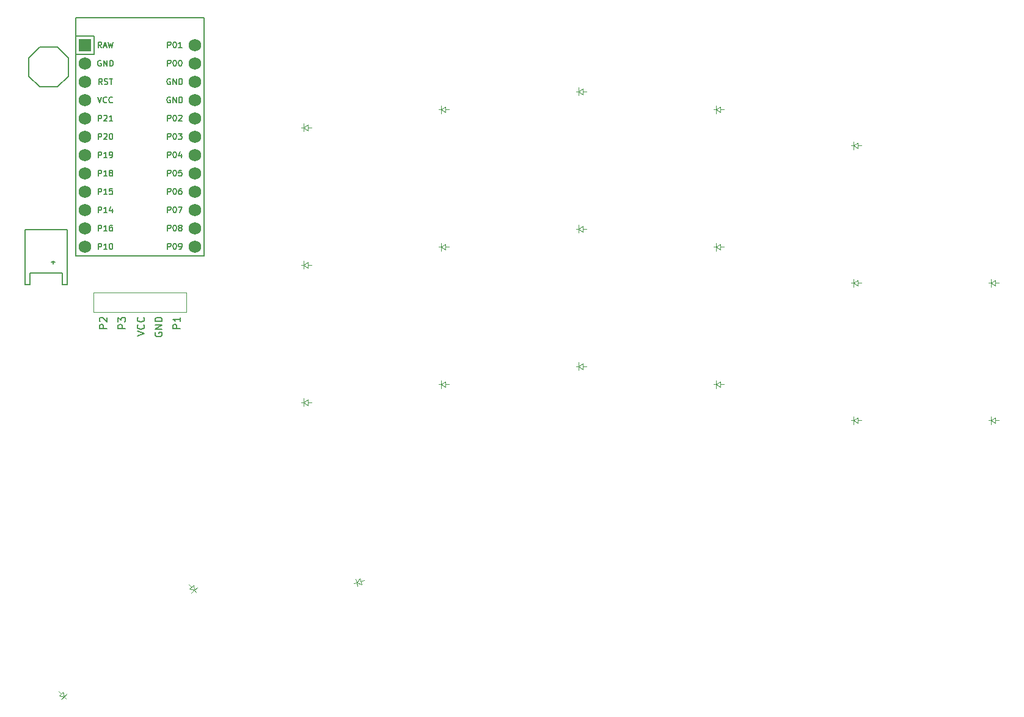
<source format=gbr>
%TF.GenerationSoftware,KiCad,Pcbnew,9.0.7*%
%TF.CreationDate,2026-02-08T22:38:48+02:00*%
%TF.ProjectId,juubo_right_unfinished,6a757562-6f5f-4726-9967-68745f756e66,v1.0.0*%
%TF.SameCoordinates,Original*%
%TF.FileFunction,Legend,Top*%
%TF.FilePolarity,Positive*%
%FSLAX46Y46*%
G04 Gerber Fmt 4.6, Leading zero omitted, Abs format (unit mm)*
G04 Created by KiCad (PCBNEW 9.0.7) date 2026-02-08 22:38:48*
%MOMM*%
%LPD*%
G01*
G04 APERTURE LIST*
%ADD10C,0.150000*%
%ADD11C,0.100000*%
%ADD12C,0.120000*%
%ADD13R,1.752600X1.752600*%
%ADD14C,1.752600*%
G04 APERTURE END LIST*
D10*
X146134819Y-147685588D02*
X147134819Y-147352255D01*
X147134819Y-147352255D02*
X146134819Y-147018922D01*
X147039580Y-146114160D02*
X147087200Y-146161779D01*
X147087200Y-146161779D02*
X147134819Y-146304636D01*
X147134819Y-146304636D02*
X147134819Y-146399874D01*
X147134819Y-146399874D02*
X147087200Y-146542731D01*
X147087200Y-146542731D02*
X146991961Y-146637969D01*
X146991961Y-146637969D02*
X146896723Y-146685588D01*
X146896723Y-146685588D02*
X146706247Y-146733207D01*
X146706247Y-146733207D02*
X146563390Y-146733207D01*
X146563390Y-146733207D02*
X146372914Y-146685588D01*
X146372914Y-146685588D02*
X146277676Y-146637969D01*
X146277676Y-146637969D02*
X146182438Y-146542731D01*
X146182438Y-146542731D02*
X146134819Y-146399874D01*
X146134819Y-146399874D02*
X146134819Y-146304636D01*
X146134819Y-146304636D02*
X146182438Y-146161779D01*
X146182438Y-146161779D02*
X146230057Y-146114160D01*
X147039580Y-145114160D02*
X147087200Y-145161779D01*
X147087200Y-145161779D02*
X147134819Y-145304636D01*
X147134819Y-145304636D02*
X147134819Y-145399874D01*
X147134819Y-145399874D02*
X147087200Y-145542731D01*
X147087200Y-145542731D02*
X146991961Y-145637969D01*
X146991961Y-145637969D02*
X146896723Y-145685588D01*
X146896723Y-145685588D02*
X146706247Y-145733207D01*
X146706247Y-145733207D02*
X146563390Y-145733207D01*
X146563390Y-145733207D02*
X146372914Y-145685588D01*
X146372914Y-145685588D02*
X146277676Y-145637969D01*
X146277676Y-145637969D02*
X146182438Y-145542731D01*
X146182438Y-145542731D02*
X146134819Y-145399874D01*
X146134819Y-145399874D02*
X146134819Y-145304636D01*
X146134819Y-145304636D02*
X146182438Y-145161779D01*
X146182438Y-145161779D02*
X146230057Y-145114160D01*
X141904819Y-146637969D02*
X140904819Y-146637969D01*
X140904819Y-146637969D02*
X140904819Y-146257017D01*
X140904819Y-146257017D02*
X140952438Y-146161779D01*
X140952438Y-146161779D02*
X141000057Y-146114160D01*
X141000057Y-146114160D02*
X141095295Y-146066541D01*
X141095295Y-146066541D02*
X141238152Y-146066541D01*
X141238152Y-146066541D02*
X141333390Y-146114160D01*
X141333390Y-146114160D02*
X141381009Y-146161779D01*
X141381009Y-146161779D02*
X141428628Y-146257017D01*
X141428628Y-146257017D02*
X141428628Y-146637969D01*
X141000057Y-145685588D02*
X140952438Y-145637969D01*
X140952438Y-145637969D02*
X140904819Y-145542731D01*
X140904819Y-145542731D02*
X140904819Y-145304636D01*
X140904819Y-145304636D02*
X140952438Y-145209398D01*
X140952438Y-145209398D02*
X141000057Y-145161779D01*
X141000057Y-145161779D02*
X141095295Y-145114160D01*
X141095295Y-145114160D02*
X141190533Y-145114160D01*
X141190533Y-145114160D02*
X141333390Y-145161779D01*
X141333390Y-145161779D02*
X141904819Y-145733207D01*
X141904819Y-145733207D02*
X141904819Y-145114160D01*
X148652438Y-147209398D02*
X148604819Y-147304636D01*
X148604819Y-147304636D02*
X148604819Y-147447493D01*
X148604819Y-147447493D02*
X148652438Y-147590350D01*
X148652438Y-147590350D02*
X148747676Y-147685588D01*
X148747676Y-147685588D02*
X148842914Y-147733207D01*
X148842914Y-147733207D02*
X149033390Y-147780826D01*
X149033390Y-147780826D02*
X149176247Y-147780826D01*
X149176247Y-147780826D02*
X149366723Y-147733207D01*
X149366723Y-147733207D02*
X149461961Y-147685588D01*
X149461961Y-147685588D02*
X149557200Y-147590350D01*
X149557200Y-147590350D02*
X149604819Y-147447493D01*
X149604819Y-147447493D02*
X149604819Y-147352255D01*
X149604819Y-147352255D02*
X149557200Y-147209398D01*
X149557200Y-147209398D02*
X149509580Y-147161779D01*
X149509580Y-147161779D02*
X149176247Y-147161779D01*
X149176247Y-147161779D02*
X149176247Y-147352255D01*
X149604819Y-146733207D02*
X148604819Y-146733207D01*
X148604819Y-146733207D02*
X149604819Y-146161779D01*
X149604819Y-146161779D02*
X148604819Y-146161779D01*
X149604819Y-145685588D02*
X148604819Y-145685588D01*
X148604819Y-145685588D02*
X148604819Y-145447493D01*
X148604819Y-145447493D02*
X148652438Y-145304636D01*
X148652438Y-145304636D02*
X148747676Y-145209398D01*
X148747676Y-145209398D02*
X148842914Y-145161779D01*
X148842914Y-145161779D02*
X149033390Y-145114160D01*
X149033390Y-145114160D02*
X149176247Y-145114160D01*
X149176247Y-145114160D02*
X149366723Y-145161779D01*
X149366723Y-145161779D02*
X149461961Y-145209398D01*
X149461961Y-145209398D02*
X149557200Y-145304636D01*
X149557200Y-145304636D02*
X149604819Y-145447493D01*
X149604819Y-145447493D02*
X149604819Y-145685588D01*
X144504819Y-146637969D02*
X143504819Y-146637969D01*
X143504819Y-146637969D02*
X143504819Y-146257017D01*
X143504819Y-146257017D02*
X143552438Y-146161779D01*
X143552438Y-146161779D02*
X143600057Y-146114160D01*
X143600057Y-146114160D02*
X143695295Y-146066541D01*
X143695295Y-146066541D02*
X143838152Y-146066541D01*
X143838152Y-146066541D02*
X143933390Y-146114160D01*
X143933390Y-146114160D02*
X143981009Y-146161779D01*
X143981009Y-146161779D02*
X144028628Y-146257017D01*
X144028628Y-146257017D02*
X144028628Y-146637969D01*
X143504819Y-145733207D02*
X143504819Y-145114160D01*
X143504819Y-145114160D02*
X143885771Y-145447493D01*
X143885771Y-145447493D02*
X143885771Y-145304636D01*
X143885771Y-145304636D02*
X143933390Y-145209398D01*
X143933390Y-145209398D02*
X143981009Y-145161779D01*
X143981009Y-145161779D02*
X144076247Y-145114160D01*
X144076247Y-145114160D02*
X144314342Y-145114160D01*
X144314342Y-145114160D02*
X144409580Y-145161779D01*
X144409580Y-145161779D02*
X144457200Y-145209398D01*
X144457200Y-145209398D02*
X144504819Y-145304636D01*
X144504819Y-145304636D02*
X144504819Y-145590350D01*
X144504819Y-145590350D02*
X144457200Y-145685588D01*
X144457200Y-145685588D02*
X144409580Y-145733207D01*
X152104819Y-146637969D02*
X151104819Y-146637969D01*
X151104819Y-146637969D02*
X151104819Y-146257017D01*
X151104819Y-146257017D02*
X151152438Y-146161779D01*
X151152438Y-146161779D02*
X151200057Y-146114160D01*
X151200057Y-146114160D02*
X151295295Y-146066541D01*
X151295295Y-146066541D02*
X151438152Y-146066541D01*
X151438152Y-146066541D02*
X151533390Y-146114160D01*
X151533390Y-146114160D02*
X151581009Y-146161779D01*
X151581009Y-146161779D02*
X151628628Y-146257017D01*
X151628628Y-146257017D02*
X151628628Y-146637969D01*
X152104819Y-145114160D02*
X152104819Y-145685588D01*
X152104819Y-145399874D02*
X151104819Y-145399874D01*
X151104819Y-145399874D02*
X151247676Y-145495112D01*
X151247676Y-145495112D02*
X151342914Y-145590350D01*
X151342914Y-145590350D02*
X151390533Y-145685588D01*
X140758571Y-135657295D02*
X140758571Y-134857295D01*
X140758571Y-134857295D02*
X141063333Y-134857295D01*
X141063333Y-134857295D02*
X141139523Y-134895390D01*
X141139523Y-134895390D02*
X141177618Y-134933485D01*
X141177618Y-134933485D02*
X141215714Y-135009676D01*
X141215714Y-135009676D02*
X141215714Y-135123961D01*
X141215714Y-135123961D02*
X141177618Y-135200152D01*
X141177618Y-135200152D02*
X141139523Y-135238247D01*
X141139523Y-135238247D02*
X141063333Y-135276342D01*
X141063333Y-135276342D02*
X140758571Y-135276342D01*
X141977618Y-135657295D02*
X141520475Y-135657295D01*
X141749047Y-135657295D02*
X141749047Y-134857295D01*
X141749047Y-134857295D02*
X141672856Y-134971580D01*
X141672856Y-134971580D02*
X141596666Y-135047771D01*
X141596666Y-135047771D02*
X141520475Y-135085866D01*
X142472857Y-134857295D02*
X142549047Y-134857295D01*
X142549047Y-134857295D02*
X142625238Y-134895390D01*
X142625238Y-134895390D02*
X142663333Y-134933485D01*
X142663333Y-134933485D02*
X142701428Y-135009676D01*
X142701428Y-135009676D02*
X142739523Y-135162057D01*
X142739523Y-135162057D02*
X142739523Y-135352533D01*
X142739523Y-135352533D02*
X142701428Y-135504914D01*
X142701428Y-135504914D02*
X142663333Y-135581104D01*
X142663333Y-135581104D02*
X142625238Y-135619200D01*
X142625238Y-135619200D02*
X142549047Y-135657295D01*
X142549047Y-135657295D02*
X142472857Y-135657295D01*
X142472857Y-135657295D02*
X142396666Y-135619200D01*
X142396666Y-135619200D02*
X142358571Y-135581104D01*
X142358571Y-135581104D02*
X142320476Y-135504914D01*
X142320476Y-135504914D02*
X142282380Y-135352533D01*
X142282380Y-135352533D02*
X142282380Y-135162057D01*
X142282380Y-135162057D02*
X142320476Y-135009676D01*
X142320476Y-135009676D02*
X142358571Y-134933485D01*
X142358571Y-134933485D02*
X142396666Y-134895390D01*
X142396666Y-134895390D02*
X142472857Y-134857295D01*
X150358571Y-122957295D02*
X150358571Y-122157295D01*
X150358571Y-122157295D02*
X150663333Y-122157295D01*
X150663333Y-122157295D02*
X150739523Y-122195390D01*
X150739523Y-122195390D02*
X150777618Y-122233485D01*
X150777618Y-122233485D02*
X150815714Y-122309676D01*
X150815714Y-122309676D02*
X150815714Y-122423961D01*
X150815714Y-122423961D02*
X150777618Y-122500152D01*
X150777618Y-122500152D02*
X150739523Y-122538247D01*
X150739523Y-122538247D02*
X150663333Y-122576342D01*
X150663333Y-122576342D02*
X150358571Y-122576342D01*
X151310952Y-122157295D02*
X151387142Y-122157295D01*
X151387142Y-122157295D02*
X151463333Y-122195390D01*
X151463333Y-122195390D02*
X151501428Y-122233485D01*
X151501428Y-122233485D02*
X151539523Y-122309676D01*
X151539523Y-122309676D02*
X151577618Y-122462057D01*
X151577618Y-122462057D02*
X151577618Y-122652533D01*
X151577618Y-122652533D02*
X151539523Y-122804914D01*
X151539523Y-122804914D02*
X151501428Y-122881104D01*
X151501428Y-122881104D02*
X151463333Y-122919200D01*
X151463333Y-122919200D02*
X151387142Y-122957295D01*
X151387142Y-122957295D02*
X151310952Y-122957295D01*
X151310952Y-122957295D02*
X151234761Y-122919200D01*
X151234761Y-122919200D02*
X151196666Y-122881104D01*
X151196666Y-122881104D02*
X151158571Y-122804914D01*
X151158571Y-122804914D02*
X151120475Y-122652533D01*
X151120475Y-122652533D02*
X151120475Y-122462057D01*
X151120475Y-122462057D02*
X151158571Y-122309676D01*
X151158571Y-122309676D02*
X151196666Y-122233485D01*
X151196666Y-122233485D02*
X151234761Y-122195390D01*
X151234761Y-122195390D02*
X151310952Y-122157295D01*
X152263333Y-122423961D02*
X152263333Y-122957295D01*
X152072857Y-122119200D02*
X151882380Y-122690628D01*
X151882380Y-122690628D02*
X152377619Y-122690628D01*
X140758571Y-128037295D02*
X140758571Y-127237295D01*
X140758571Y-127237295D02*
X141063333Y-127237295D01*
X141063333Y-127237295D02*
X141139523Y-127275390D01*
X141139523Y-127275390D02*
X141177618Y-127313485D01*
X141177618Y-127313485D02*
X141215714Y-127389676D01*
X141215714Y-127389676D02*
X141215714Y-127503961D01*
X141215714Y-127503961D02*
X141177618Y-127580152D01*
X141177618Y-127580152D02*
X141139523Y-127618247D01*
X141139523Y-127618247D02*
X141063333Y-127656342D01*
X141063333Y-127656342D02*
X140758571Y-127656342D01*
X141977618Y-128037295D02*
X141520475Y-128037295D01*
X141749047Y-128037295D02*
X141749047Y-127237295D01*
X141749047Y-127237295D02*
X141672856Y-127351580D01*
X141672856Y-127351580D02*
X141596666Y-127427771D01*
X141596666Y-127427771D02*
X141520475Y-127465866D01*
X142701428Y-127237295D02*
X142320476Y-127237295D01*
X142320476Y-127237295D02*
X142282380Y-127618247D01*
X142282380Y-127618247D02*
X142320476Y-127580152D01*
X142320476Y-127580152D02*
X142396666Y-127542057D01*
X142396666Y-127542057D02*
X142587142Y-127542057D01*
X142587142Y-127542057D02*
X142663333Y-127580152D01*
X142663333Y-127580152D02*
X142701428Y-127618247D01*
X142701428Y-127618247D02*
X142739523Y-127694438D01*
X142739523Y-127694438D02*
X142739523Y-127884914D01*
X142739523Y-127884914D02*
X142701428Y-127961104D01*
X142701428Y-127961104D02*
X142663333Y-127999200D01*
X142663333Y-127999200D02*
X142587142Y-128037295D01*
X142587142Y-128037295D02*
X142396666Y-128037295D01*
X142396666Y-128037295D02*
X142320476Y-127999200D01*
X142320476Y-127999200D02*
X142282380Y-127961104D01*
X150358571Y-107717295D02*
X150358571Y-106917295D01*
X150358571Y-106917295D02*
X150663333Y-106917295D01*
X150663333Y-106917295D02*
X150739523Y-106955390D01*
X150739523Y-106955390D02*
X150777618Y-106993485D01*
X150777618Y-106993485D02*
X150815714Y-107069676D01*
X150815714Y-107069676D02*
X150815714Y-107183961D01*
X150815714Y-107183961D02*
X150777618Y-107260152D01*
X150777618Y-107260152D02*
X150739523Y-107298247D01*
X150739523Y-107298247D02*
X150663333Y-107336342D01*
X150663333Y-107336342D02*
X150358571Y-107336342D01*
X151310952Y-106917295D02*
X151387142Y-106917295D01*
X151387142Y-106917295D02*
X151463333Y-106955390D01*
X151463333Y-106955390D02*
X151501428Y-106993485D01*
X151501428Y-106993485D02*
X151539523Y-107069676D01*
X151539523Y-107069676D02*
X151577618Y-107222057D01*
X151577618Y-107222057D02*
X151577618Y-107412533D01*
X151577618Y-107412533D02*
X151539523Y-107564914D01*
X151539523Y-107564914D02*
X151501428Y-107641104D01*
X151501428Y-107641104D02*
X151463333Y-107679200D01*
X151463333Y-107679200D02*
X151387142Y-107717295D01*
X151387142Y-107717295D02*
X151310952Y-107717295D01*
X151310952Y-107717295D02*
X151234761Y-107679200D01*
X151234761Y-107679200D02*
X151196666Y-107641104D01*
X151196666Y-107641104D02*
X151158571Y-107564914D01*
X151158571Y-107564914D02*
X151120475Y-107412533D01*
X151120475Y-107412533D02*
X151120475Y-107222057D01*
X151120475Y-107222057D02*
X151158571Y-107069676D01*
X151158571Y-107069676D02*
X151196666Y-106993485D01*
X151196666Y-106993485D02*
X151234761Y-106955390D01*
X151234761Y-106955390D02*
X151310952Y-106917295D01*
X152339523Y-107717295D02*
X151882380Y-107717295D01*
X152110952Y-107717295D02*
X152110952Y-106917295D01*
X152110952Y-106917295D02*
X152034761Y-107031580D01*
X152034761Y-107031580D02*
X151958571Y-107107771D01*
X151958571Y-107107771D02*
X151882380Y-107145866D01*
X140758571Y-125497295D02*
X140758571Y-124697295D01*
X140758571Y-124697295D02*
X141063333Y-124697295D01*
X141063333Y-124697295D02*
X141139523Y-124735390D01*
X141139523Y-124735390D02*
X141177618Y-124773485D01*
X141177618Y-124773485D02*
X141215714Y-124849676D01*
X141215714Y-124849676D02*
X141215714Y-124963961D01*
X141215714Y-124963961D02*
X141177618Y-125040152D01*
X141177618Y-125040152D02*
X141139523Y-125078247D01*
X141139523Y-125078247D02*
X141063333Y-125116342D01*
X141063333Y-125116342D02*
X140758571Y-125116342D01*
X141977618Y-125497295D02*
X141520475Y-125497295D01*
X141749047Y-125497295D02*
X141749047Y-124697295D01*
X141749047Y-124697295D02*
X141672856Y-124811580D01*
X141672856Y-124811580D02*
X141596666Y-124887771D01*
X141596666Y-124887771D02*
X141520475Y-124925866D01*
X142434761Y-125040152D02*
X142358571Y-125002057D01*
X142358571Y-125002057D02*
X142320476Y-124963961D01*
X142320476Y-124963961D02*
X142282380Y-124887771D01*
X142282380Y-124887771D02*
X142282380Y-124849676D01*
X142282380Y-124849676D02*
X142320476Y-124773485D01*
X142320476Y-124773485D02*
X142358571Y-124735390D01*
X142358571Y-124735390D02*
X142434761Y-124697295D01*
X142434761Y-124697295D02*
X142587142Y-124697295D01*
X142587142Y-124697295D02*
X142663333Y-124735390D01*
X142663333Y-124735390D02*
X142701428Y-124773485D01*
X142701428Y-124773485D02*
X142739523Y-124849676D01*
X142739523Y-124849676D02*
X142739523Y-124887771D01*
X142739523Y-124887771D02*
X142701428Y-124963961D01*
X142701428Y-124963961D02*
X142663333Y-125002057D01*
X142663333Y-125002057D02*
X142587142Y-125040152D01*
X142587142Y-125040152D02*
X142434761Y-125040152D01*
X142434761Y-125040152D02*
X142358571Y-125078247D01*
X142358571Y-125078247D02*
X142320476Y-125116342D01*
X142320476Y-125116342D02*
X142282380Y-125192533D01*
X142282380Y-125192533D02*
X142282380Y-125344914D01*
X142282380Y-125344914D02*
X142320476Y-125421104D01*
X142320476Y-125421104D02*
X142358571Y-125459200D01*
X142358571Y-125459200D02*
X142434761Y-125497295D01*
X142434761Y-125497295D02*
X142587142Y-125497295D01*
X142587142Y-125497295D02*
X142663333Y-125459200D01*
X142663333Y-125459200D02*
X142701428Y-125421104D01*
X142701428Y-125421104D02*
X142739523Y-125344914D01*
X142739523Y-125344914D02*
X142739523Y-125192533D01*
X142739523Y-125192533D02*
X142701428Y-125116342D01*
X142701428Y-125116342D02*
X142663333Y-125078247D01*
X142663333Y-125078247D02*
X142587142Y-125040152D01*
X150358571Y-120417295D02*
X150358571Y-119617295D01*
X150358571Y-119617295D02*
X150663333Y-119617295D01*
X150663333Y-119617295D02*
X150739523Y-119655390D01*
X150739523Y-119655390D02*
X150777618Y-119693485D01*
X150777618Y-119693485D02*
X150815714Y-119769676D01*
X150815714Y-119769676D02*
X150815714Y-119883961D01*
X150815714Y-119883961D02*
X150777618Y-119960152D01*
X150777618Y-119960152D02*
X150739523Y-119998247D01*
X150739523Y-119998247D02*
X150663333Y-120036342D01*
X150663333Y-120036342D02*
X150358571Y-120036342D01*
X151310952Y-119617295D02*
X151387142Y-119617295D01*
X151387142Y-119617295D02*
X151463333Y-119655390D01*
X151463333Y-119655390D02*
X151501428Y-119693485D01*
X151501428Y-119693485D02*
X151539523Y-119769676D01*
X151539523Y-119769676D02*
X151577618Y-119922057D01*
X151577618Y-119922057D02*
X151577618Y-120112533D01*
X151577618Y-120112533D02*
X151539523Y-120264914D01*
X151539523Y-120264914D02*
X151501428Y-120341104D01*
X151501428Y-120341104D02*
X151463333Y-120379200D01*
X151463333Y-120379200D02*
X151387142Y-120417295D01*
X151387142Y-120417295D02*
X151310952Y-120417295D01*
X151310952Y-120417295D02*
X151234761Y-120379200D01*
X151234761Y-120379200D02*
X151196666Y-120341104D01*
X151196666Y-120341104D02*
X151158571Y-120264914D01*
X151158571Y-120264914D02*
X151120475Y-120112533D01*
X151120475Y-120112533D02*
X151120475Y-119922057D01*
X151120475Y-119922057D02*
X151158571Y-119769676D01*
X151158571Y-119769676D02*
X151196666Y-119693485D01*
X151196666Y-119693485D02*
X151234761Y-119655390D01*
X151234761Y-119655390D02*
X151310952Y-119617295D01*
X151844285Y-119617295D02*
X152339523Y-119617295D01*
X152339523Y-119617295D02*
X152072857Y-119922057D01*
X152072857Y-119922057D02*
X152187142Y-119922057D01*
X152187142Y-119922057D02*
X152263333Y-119960152D01*
X152263333Y-119960152D02*
X152301428Y-119998247D01*
X152301428Y-119998247D02*
X152339523Y-120074438D01*
X152339523Y-120074438D02*
X152339523Y-120264914D01*
X152339523Y-120264914D02*
X152301428Y-120341104D01*
X152301428Y-120341104D02*
X152263333Y-120379200D01*
X152263333Y-120379200D02*
X152187142Y-120417295D01*
X152187142Y-120417295D02*
X151958571Y-120417295D01*
X151958571Y-120417295D02*
X151882380Y-120379200D01*
X151882380Y-120379200D02*
X151844285Y-120341104D01*
X140758571Y-130577295D02*
X140758571Y-129777295D01*
X140758571Y-129777295D02*
X141063333Y-129777295D01*
X141063333Y-129777295D02*
X141139523Y-129815390D01*
X141139523Y-129815390D02*
X141177618Y-129853485D01*
X141177618Y-129853485D02*
X141215714Y-129929676D01*
X141215714Y-129929676D02*
X141215714Y-130043961D01*
X141215714Y-130043961D02*
X141177618Y-130120152D01*
X141177618Y-130120152D02*
X141139523Y-130158247D01*
X141139523Y-130158247D02*
X141063333Y-130196342D01*
X141063333Y-130196342D02*
X140758571Y-130196342D01*
X141977618Y-130577295D02*
X141520475Y-130577295D01*
X141749047Y-130577295D02*
X141749047Y-129777295D01*
X141749047Y-129777295D02*
X141672856Y-129891580D01*
X141672856Y-129891580D02*
X141596666Y-129967771D01*
X141596666Y-129967771D02*
X141520475Y-130005866D01*
X142663333Y-130043961D02*
X142663333Y-130577295D01*
X142472857Y-129739200D02*
X142282380Y-130310628D01*
X142282380Y-130310628D02*
X142777619Y-130310628D01*
X150720476Y-112035390D02*
X150644286Y-111997295D01*
X150644286Y-111997295D02*
X150530000Y-111997295D01*
X150530000Y-111997295D02*
X150415714Y-112035390D01*
X150415714Y-112035390D02*
X150339524Y-112111580D01*
X150339524Y-112111580D02*
X150301429Y-112187771D01*
X150301429Y-112187771D02*
X150263333Y-112340152D01*
X150263333Y-112340152D02*
X150263333Y-112454438D01*
X150263333Y-112454438D02*
X150301429Y-112606819D01*
X150301429Y-112606819D02*
X150339524Y-112683009D01*
X150339524Y-112683009D02*
X150415714Y-112759200D01*
X150415714Y-112759200D02*
X150530000Y-112797295D01*
X150530000Y-112797295D02*
X150606191Y-112797295D01*
X150606191Y-112797295D02*
X150720476Y-112759200D01*
X150720476Y-112759200D02*
X150758572Y-112721104D01*
X150758572Y-112721104D02*
X150758572Y-112454438D01*
X150758572Y-112454438D02*
X150606191Y-112454438D01*
X151101429Y-112797295D02*
X151101429Y-111997295D01*
X151101429Y-111997295D02*
X151558572Y-112797295D01*
X151558572Y-112797295D02*
X151558572Y-111997295D01*
X151939524Y-112797295D02*
X151939524Y-111997295D01*
X151939524Y-111997295D02*
X152130000Y-111997295D01*
X152130000Y-111997295D02*
X152244286Y-112035390D01*
X152244286Y-112035390D02*
X152320476Y-112111580D01*
X152320476Y-112111580D02*
X152358571Y-112187771D01*
X152358571Y-112187771D02*
X152396667Y-112340152D01*
X152396667Y-112340152D02*
X152396667Y-112454438D01*
X152396667Y-112454438D02*
X152358571Y-112606819D01*
X152358571Y-112606819D02*
X152320476Y-112683009D01*
X152320476Y-112683009D02*
X152244286Y-112759200D01*
X152244286Y-112759200D02*
X152130000Y-112797295D01*
X152130000Y-112797295D02*
X151939524Y-112797295D01*
X150358571Y-128037295D02*
X150358571Y-127237295D01*
X150358571Y-127237295D02*
X150663333Y-127237295D01*
X150663333Y-127237295D02*
X150739523Y-127275390D01*
X150739523Y-127275390D02*
X150777618Y-127313485D01*
X150777618Y-127313485D02*
X150815714Y-127389676D01*
X150815714Y-127389676D02*
X150815714Y-127503961D01*
X150815714Y-127503961D02*
X150777618Y-127580152D01*
X150777618Y-127580152D02*
X150739523Y-127618247D01*
X150739523Y-127618247D02*
X150663333Y-127656342D01*
X150663333Y-127656342D02*
X150358571Y-127656342D01*
X151310952Y-127237295D02*
X151387142Y-127237295D01*
X151387142Y-127237295D02*
X151463333Y-127275390D01*
X151463333Y-127275390D02*
X151501428Y-127313485D01*
X151501428Y-127313485D02*
X151539523Y-127389676D01*
X151539523Y-127389676D02*
X151577618Y-127542057D01*
X151577618Y-127542057D02*
X151577618Y-127732533D01*
X151577618Y-127732533D02*
X151539523Y-127884914D01*
X151539523Y-127884914D02*
X151501428Y-127961104D01*
X151501428Y-127961104D02*
X151463333Y-127999200D01*
X151463333Y-127999200D02*
X151387142Y-128037295D01*
X151387142Y-128037295D02*
X151310952Y-128037295D01*
X151310952Y-128037295D02*
X151234761Y-127999200D01*
X151234761Y-127999200D02*
X151196666Y-127961104D01*
X151196666Y-127961104D02*
X151158571Y-127884914D01*
X151158571Y-127884914D02*
X151120475Y-127732533D01*
X151120475Y-127732533D02*
X151120475Y-127542057D01*
X151120475Y-127542057D02*
X151158571Y-127389676D01*
X151158571Y-127389676D02*
X151196666Y-127313485D01*
X151196666Y-127313485D02*
X151234761Y-127275390D01*
X151234761Y-127275390D02*
X151310952Y-127237295D01*
X152263333Y-127237295D02*
X152110952Y-127237295D01*
X152110952Y-127237295D02*
X152034761Y-127275390D01*
X152034761Y-127275390D02*
X151996666Y-127313485D01*
X151996666Y-127313485D02*
X151920476Y-127427771D01*
X151920476Y-127427771D02*
X151882380Y-127580152D01*
X151882380Y-127580152D02*
X151882380Y-127884914D01*
X151882380Y-127884914D02*
X151920476Y-127961104D01*
X151920476Y-127961104D02*
X151958571Y-127999200D01*
X151958571Y-127999200D02*
X152034761Y-128037295D01*
X152034761Y-128037295D02*
X152187142Y-128037295D01*
X152187142Y-128037295D02*
X152263333Y-127999200D01*
X152263333Y-127999200D02*
X152301428Y-127961104D01*
X152301428Y-127961104D02*
X152339523Y-127884914D01*
X152339523Y-127884914D02*
X152339523Y-127694438D01*
X152339523Y-127694438D02*
X152301428Y-127618247D01*
X152301428Y-127618247D02*
X152263333Y-127580152D01*
X152263333Y-127580152D02*
X152187142Y-127542057D01*
X152187142Y-127542057D02*
X152034761Y-127542057D01*
X152034761Y-127542057D02*
X151958571Y-127580152D01*
X151958571Y-127580152D02*
X151920476Y-127618247D01*
X151920476Y-127618247D02*
X151882380Y-127694438D01*
X141177619Y-107717295D02*
X140910952Y-107336342D01*
X140720476Y-107717295D02*
X140720476Y-106917295D01*
X140720476Y-106917295D02*
X141025238Y-106917295D01*
X141025238Y-106917295D02*
X141101428Y-106955390D01*
X141101428Y-106955390D02*
X141139523Y-106993485D01*
X141139523Y-106993485D02*
X141177619Y-107069676D01*
X141177619Y-107069676D02*
X141177619Y-107183961D01*
X141177619Y-107183961D02*
X141139523Y-107260152D01*
X141139523Y-107260152D02*
X141101428Y-107298247D01*
X141101428Y-107298247D02*
X141025238Y-107336342D01*
X141025238Y-107336342D02*
X140720476Y-107336342D01*
X141482380Y-107488723D02*
X141863333Y-107488723D01*
X141406190Y-107717295D02*
X141672857Y-106917295D01*
X141672857Y-106917295D02*
X141939523Y-107717295D01*
X142129999Y-106917295D02*
X142320475Y-107717295D01*
X142320475Y-107717295D02*
X142472856Y-107145866D01*
X142472856Y-107145866D02*
X142625237Y-107717295D01*
X142625237Y-107717295D02*
X142815714Y-106917295D01*
X141120476Y-109495390D02*
X141044286Y-109457295D01*
X141044286Y-109457295D02*
X140930000Y-109457295D01*
X140930000Y-109457295D02*
X140815714Y-109495390D01*
X140815714Y-109495390D02*
X140739524Y-109571580D01*
X140739524Y-109571580D02*
X140701429Y-109647771D01*
X140701429Y-109647771D02*
X140663333Y-109800152D01*
X140663333Y-109800152D02*
X140663333Y-109914438D01*
X140663333Y-109914438D02*
X140701429Y-110066819D01*
X140701429Y-110066819D02*
X140739524Y-110143009D01*
X140739524Y-110143009D02*
X140815714Y-110219200D01*
X140815714Y-110219200D02*
X140930000Y-110257295D01*
X140930000Y-110257295D02*
X141006191Y-110257295D01*
X141006191Y-110257295D02*
X141120476Y-110219200D01*
X141120476Y-110219200D02*
X141158572Y-110181104D01*
X141158572Y-110181104D02*
X141158572Y-109914438D01*
X141158572Y-109914438D02*
X141006191Y-109914438D01*
X141501429Y-110257295D02*
X141501429Y-109457295D01*
X141501429Y-109457295D02*
X141958572Y-110257295D01*
X141958572Y-110257295D02*
X141958572Y-109457295D01*
X142339524Y-110257295D02*
X142339524Y-109457295D01*
X142339524Y-109457295D02*
X142530000Y-109457295D01*
X142530000Y-109457295D02*
X142644286Y-109495390D01*
X142644286Y-109495390D02*
X142720476Y-109571580D01*
X142720476Y-109571580D02*
X142758571Y-109647771D01*
X142758571Y-109647771D02*
X142796667Y-109800152D01*
X142796667Y-109800152D02*
X142796667Y-109914438D01*
X142796667Y-109914438D02*
X142758571Y-110066819D01*
X142758571Y-110066819D02*
X142720476Y-110143009D01*
X142720476Y-110143009D02*
X142644286Y-110219200D01*
X142644286Y-110219200D02*
X142530000Y-110257295D01*
X142530000Y-110257295D02*
X142339524Y-110257295D01*
X150358571Y-125497295D02*
X150358571Y-124697295D01*
X150358571Y-124697295D02*
X150663333Y-124697295D01*
X150663333Y-124697295D02*
X150739523Y-124735390D01*
X150739523Y-124735390D02*
X150777618Y-124773485D01*
X150777618Y-124773485D02*
X150815714Y-124849676D01*
X150815714Y-124849676D02*
X150815714Y-124963961D01*
X150815714Y-124963961D02*
X150777618Y-125040152D01*
X150777618Y-125040152D02*
X150739523Y-125078247D01*
X150739523Y-125078247D02*
X150663333Y-125116342D01*
X150663333Y-125116342D02*
X150358571Y-125116342D01*
X151310952Y-124697295D02*
X151387142Y-124697295D01*
X151387142Y-124697295D02*
X151463333Y-124735390D01*
X151463333Y-124735390D02*
X151501428Y-124773485D01*
X151501428Y-124773485D02*
X151539523Y-124849676D01*
X151539523Y-124849676D02*
X151577618Y-125002057D01*
X151577618Y-125002057D02*
X151577618Y-125192533D01*
X151577618Y-125192533D02*
X151539523Y-125344914D01*
X151539523Y-125344914D02*
X151501428Y-125421104D01*
X151501428Y-125421104D02*
X151463333Y-125459200D01*
X151463333Y-125459200D02*
X151387142Y-125497295D01*
X151387142Y-125497295D02*
X151310952Y-125497295D01*
X151310952Y-125497295D02*
X151234761Y-125459200D01*
X151234761Y-125459200D02*
X151196666Y-125421104D01*
X151196666Y-125421104D02*
X151158571Y-125344914D01*
X151158571Y-125344914D02*
X151120475Y-125192533D01*
X151120475Y-125192533D02*
X151120475Y-125002057D01*
X151120475Y-125002057D02*
X151158571Y-124849676D01*
X151158571Y-124849676D02*
X151196666Y-124773485D01*
X151196666Y-124773485D02*
X151234761Y-124735390D01*
X151234761Y-124735390D02*
X151310952Y-124697295D01*
X152301428Y-124697295D02*
X151920476Y-124697295D01*
X151920476Y-124697295D02*
X151882380Y-125078247D01*
X151882380Y-125078247D02*
X151920476Y-125040152D01*
X151920476Y-125040152D02*
X151996666Y-125002057D01*
X151996666Y-125002057D02*
X152187142Y-125002057D01*
X152187142Y-125002057D02*
X152263333Y-125040152D01*
X152263333Y-125040152D02*
X152301428Y-125078247D01*
X152301428Y-125078247D02*
X152339523Y-125154438D01*
X152339523Y-125154438D02*
X152339523Y-125344914D01*
X152339523Y-125344914D02*
X152301428Y-125421104D01*
X152301428Y-125421104D02*
X152263333Y-125459200D01*
X152263333Y-125459200D02*
X152187142Y-125497295D01*
X152187142Y-125497295D02*
X151996666Y-125497295D01*
X151996666Y-125497295D02*
X151920476Y-125459200D01*
X151920476Y-125459200D02*
X151882380Y-125421104D01*
X141291905Y-112797295D02*
X141025238Y-112416342D01*
X140834762Y-112797295D02*
X140834762Y-111997295D01*
X140834762Y-111997295D02*
X141139524Y-111997295D01*
X141139524Y-111997295D02*
X141215714Y-112035390D01*
X141215714Y-112035390D02*
X141253809Y-112073485D01*
X141253809Y-112073485D02*
X141291905Y-112149676D01*
X141291905Y-112149676D02*
X141291905Y-112263961D01*
X141291905Y-112263961D02*
X141253809Y-112340152D01*
X141253809Y-112340152D02*
X141215714Y-112378247D01*
X141215714Y-112378247D02*
X141139524Y-112416342D01*
X141139524Y-112416342D02*
X140834762Y-112416342D01*
X141596666Y-112759200D02*
X141710952Y-112797295D01*
X141710952Y-112797295D02*
X141901428Y-112797295D01*
X141901428Y-112797295D02*
X141977619Y-112759200D01*
X141977619Y-112759200D02*
X142015714Y-112721104D01*
X142015714Y-112721104D02*
X142053809Y-112644914D01*
X142053809Y-112644914D02*
X142053809Y-112568723D01*
X142053809Y-112568723D02*
X142015714Y-112492533D01*
X142015714Y-112492533D02*
X141977619Y-112454438D01*
X141977619Y-112454438D02*
X141901428Y-112416342D01*
X141901428Y-112416342D02*
X141749047Y-112378247D01*
X141749047Y-112378247D02*
X141672857Y-112340152D01*
X141672857Y-112340152D02*
X141634762Y-112302057D01*
X141634762Y-112302057D02*
X141596666Y-112225866D01*
X141596666Y-112225866D02*
X141596666Y-112149676D01*
X141596666Y-112149676D02*
X141634762Y-112073485D01*
X141634762Y-112073485D02*
X141672857Y-112035390D01*
X141672857Y-112035390D02*
X141749047Y-111997295D01*
X141749047Y-111997295D02*
X141939524Y-111997295D01*
X141939524Y-111997295D02*
X142053809Y-112035390D01*
X142282381Y-111997295D02*
X142739524Y-111997295D01*
X142510952Y-112797295D02*
X142510952Y-111997295D01*
X140758571Y-117877295D02*
X140758571Y-117077295D01*
X140758571Y-117077295D02*
X141063333Y-117077295D01*
X141063333Y-117077295D02*
X141139523Y-117115390D01*
X141139523Y-117115390D02*
X141177618Y-117153485D01*
X141177618Y-117153485D02*
X141215714Y-117229676D01*
X141215714Y-117229676D02*
X141215714Y-117343961D01*
X141215714Y-117343961D02*
X141177618Y-117420152D01*
X141177618Y-117420152D02*
X141139523Y-117458247D01*
X141139523Y-117458247D02*
X141063333Y-117496342D01*
X141063333Y-117496342D02*
X140758571Y-117496342D01*
X141520475Y-117153485D02*
X141558571Y-117115390D01*
X141558571Y-117115390D02*
X141634761Y-117077295D01*
X141634761Y-117077295D02*
X141825237Y-117077295D01*
X141825237Y-117077295D02*
X141901428Y-117115390D01*
X141901428Y-117115390D02*
X141939523Y-117153485D01*
X141939523Y-117153485D02*
X141977618Y-117229676D01*
X141977618Y-117229676D02*
X141977618Y-117305866D01*
X141977618Y-117305866D02*
X141939523Y-117420152D01*
X141939523Y-117420152D02*
X141482380Y-117877295D01*
X141482380Y-117877295D02*
X141977618Y-117877295D01*
X142739523Y-117877295D02*
X142282380Y-117877295D01*
X142510952Y-117877295D02*
X142510952Y-117077295D01*
X142510952Y-117077295D02*
X142434761Y-117191580D01*
X142434761Y-117191580D02*
X142358571Y-117267771D01*
X142358571Y-117267771D02*
X142282380Y-117305866D01*
X150358571Y-133117295D02*
X150358571Y-132317295D01*
X150358571Y-132317295D02*
X150663333Y-132317295D01*
X150663333Y-132317295D02*
X150739523Y-132355390D01*
X150739523Y-132355390D02*
X150777618Y-132393485D01*
X150777618Y-132393485D02*
X150815714Y-132469676D01*
X150815714Y-132469676D02*
X150815714Y-132583961D01*
X150815714Y-132583961D02*
X150777618Y-132660152D01*
X150777618Y-132660152D02*
X150739523Y-132698247D01*
X150739523Y-132698247D02*
X150663333Y-132736342D01*
X150663333Y-132736342D02*
X150358571Y-132736342D01*
X151310952Y-132317295D02*
X151387142Y-132317295D01*
X151387142Y-132317295D02*
X151463333Y-132355390D01*
X151463333Y-132355390D02*
X151501428Y-132393485D01*
X151501428Y-132393485D02*
X151539523Y-132469676D01*
X151539523Y-132469676D02*
X151577618Y-132622057D01*
X151577618Y-132622057D02*
X151577618Y-132812533D01*
X151577618Y-132812533D02*
X151539523Y-132964914D01*
X151539523Y-132964914D02*
X151501428Y-133041104D01*
X151501428Y-133041104D02*
X151463333Y-133079200D01*
X151463333Y-133079200D02*
X151387142Y-133117295D01*
X151387142Y-133117295D02*
X151310952Y-133117295D01*
X151310952Y-133117295D02*
X151234761Y-133079200D01*
X151234761Y-133079200D02*
X151196666Y-133041104D01*
X151196666Y-133041104D02*
X151158571Y-132964914D01*
X151158571Y-132964914D02*
X151120475Y-132812533D01*
X151120475Y-132812533D02*
X151120475Y-132622057D01*
X151120475Y-132622057D02*
X151158571Y-132469676D01*
X151158571Y-132469676D02*
X151196666Y-132393485D01*
X151196666Y-132393485D02*
X151234761Y-132355390D01*
X151234761Y-132355390D02*
X151310952Y-132317295D01*
X152034761Y-132660152D02*
X151958571Y-132622057D01*
X151958571Y-132622057D02*
X151920476Y-132583961D01*
X151920476Y-132583961D02*
X151882380Y-132507771D01*
X151882380Y-132507771D02*
X151882380Y-132469676D01*
X151882380Y-132469676D02*
X151920476Y-132393485D01*
X151920476Y-132393485D02*
X151958571Y-132355390D01*
X151958571Y-132355390D02*
X152034761Y-132317295D01*
X152034761Y-132317295D02*
X152187142Y-132317295D01*
X152187142Y-132317295D02*
X152263333Y-132355390D01*
X152263333Y-132355390D02*
X152301428Y-132393485D01*
X152301428Y-132393485D02*
X152339523Y-132469676D01*
X152339523Y-132469676D02*
X152339523Y-132507771D01*
X152339523Y-132507771D02*
X152301428Y-132583961D01*
X152301428Y-132583961D02*
X152263333Y-132622057D01*
X152263333Y-132622057D02*
X152187142Y-132660152D01*
X152187142Y-132660152D02*
X152034761Y-132660152D01*
X152034761Y-132660152D02*
X151958571Y-132698247D01*
X151958571Y-132698247D02*
X151920476Y-132736342D01*
X151920476Y-132736342D02*
X151882380Y-132812533D01*
X151882380Y-132812533D02*
X151882380Y-132964914D01*
X151882380Y-132964914D02*
X151920476Y-133041104D01*
X151920476Y-133041104D02*
X151958571Y-133079200D01*
X151958571Y-133079200D02*
X152034761Y-133117295D01*
X152034761Y-133117295D02*
X152187142Y-133117295D01*
X152187142Y-133117295D02*
X152263333Y-133079200D01*
X152263333Y-133079200D02*
X152301428Y-133041104D01*
X152301428Y-133041104D02*
X152339523Y-132964914D01*
X152339523Y-132964914D02*
X152339523Y-132812533D01*
X152339523Y-132812533D02*
X152301428Y-132736342D01*
X152301428Y-132736342D02*
X152263333Y-132698247D01*
X152263333Y-132698247D02*
X152187142Y-132660152D01*
X150358571Y-117877295D02*
X150358571Y-117077295D01*
X150358571Y-117077295D02*
X150663333Y-117077295D01*
X150663333Y-117077295D02*
X150739523Y-117115390D01*
X150739523Y-117115390D02*
X150777618Y-117153485D01*
X150777618Y-117153485D02*
X150815714Y-117229676D01*
X150815714Y-117229676D02*
X150815714Y-117343961D01*
X150815714Y-117343961D02*
X150777618Y-117420152D01*
X150777618Y-117420152D02*
X150739523Y-117458247D01*
X150739523Y-117458247D02*
X150663333Y-117496342D01*
X150663333Y-117496342D02*
X150358571Y-117496342D01*
X151310952Y-117077295D02*
X151387142Y-117077295D01*
X151387142Y-117077295D02*
X151463333Y-117115390D01*
X151463333Y-117115390D02*
X151501428Y-117153485D01*
X151501428Y-117153485D02*
X151539523Y-117229676D01*
X151539523Y-117229676D02*
X151577618Y-117382057D01*
X151577618Y-117382057D02*
X151577618Y-117572533D01*
X151577618Y-117572533D02*
X151539523Y-117724914D01*
X151539523Y-117724914D02*
X151501428Y-117801104D01*
X151501428Y-117801104D02*
X151463333Y-117839200D01*
X151463333Y-117839200D02*
X151387142Y-117877295D01*
X151387142Y-117877295D02*
X151310952Y-117877295D01*
X151310952Y-117877295D02*
X151234761Y-117839200D01*
X151234761Y-117839200D02*
X151196666Y-117801104D01*
X151196666Y-117801104D02*
X151158571Y-117724914D01*
X151158571Y-117724914D02*
X151120475Y-117572533D01*
X151120475Y-117572533D02*
X151120475Y-117382057D01*
X151120475Y-117382057D02*
X151158571Y-117229676D01*
X151158571Y-117229676D02*
X151196666Y-117153485D01*
X151196666Y-117153485D02*
X151234761Y-117115390D01*
X151234761Y-117115390D02*
X151310952Y-117077295D01*
X151882380Y-117153485D02*
X151920476Y-117115390D01*
X151920476Y-117115390D02*
X151996666Y-117077295D01*
X151996666Y-117077295D02*
X152187142Y-117077295D01*
X152187142Y-117077295D02*
X152263333Y-117115390D01*
X152263333Y-117115390D02*
X152301428Y-117153485D01*
X152301428Y-117153485D02*
X152339523Y-117229676D01*
X152339523Y-117229676D02*
X152339523Y-117305866D01*
X152339523Y-117305866D02*
X152301428Y-117420152D01*
X152301428Y-117420152D02*
X151844285Y-117877295D01*
X151844285Y-117877295D02*
X152339523Y-117877295D01*
X140758571Y-120417295D02*
X140758571Y-119617295D01*
X140758571Y-119617295D02*
X141063333Y-119617295D01*
X141063333Y-119617295D02*
X141139523Y-119655390D01*
X141139523Y-119655390D02*
X141177618Y-119693485D01*
X141177618Y-119693485D02*
X141215714Y-119769676D01*
X141215714Y-119769676D02*
X141215714Y-119883961D01*
X141215714Y-119883961D02*
X141177618Y-119960152D01*
X141177618Y-119960152D02*
X141139523Y-119998247D01*
X141139523Y-119998247D02*
X141063333Y-120036342D01*
X141063333Y-120036342D02*
X140758571Y-120036342D01*
X141520475Y-119693485D02*
X141558571Y-119655390D01*
X141558571Y-119655390D02*
X141634761Y-119617295D01*
X141634761Y-119617295D02*
X141825237Y-119617295D01*
X141825237Y-119617295D02*
X141901428Y-119655390D01*
X141901428Y-119655390D02*
X141939523Y-119693485D01*
X141939523Y-119693485D02*
X141977618Y-119769676D01*
X141977618Y-119769676D02*
X141977618Y-119845866D01*
X141977618Y-119845866D02*
X141939523Y-119960152D01*
X141939523Y-119960152D02*
X141482380Y-120417295D01*
X141482380Y-120417295D02*
X141977618Y-120417295D01*
X142472857Y-119617295D02*
X142549047Y-119617295D01*
X142549047Y-119617295D02*
X142625238Y-119655390D01*
X142625238Y-119655390D02*
X142663333Y-119693485D01*
X142663333Y-119693485D02*
X142701428Y-119769676D01*
X142701428Y-119769676D02*
X142739523Y-119922057D01*
X142739523Y-119922057D02*
X142739523Y-120112533D01*
X142739523Y-120112533D02*
X142701428Y-120264914D01*
X142701428Y-120264914D02*
X142663333Y-120341104D01*
X142663333Y-120341104D02*
X142625238Y-120379200D01*
X142625238Y-120379200D02*
X142549047Y-120417295D01*
X142549047Y-120417295D02*
X142472857Y-120417295D01*
X142472857Y-120417295D02*
X142396666Y-120379200D01*
X142396666Y-120379200D02*
X142358571Y-120341104D01*
X142358571Y-120341104D02*
X142320476Y-120264914D01*
X142320476Y-120264914D02*
X142282380Y-120112533D01*
X142282380Y-120112533D02*
X142282380Y-119922057D01*
X142282380Y-119922057D02*
X142320476Y-119769676D01*
X142320476Y-119769676D02*
X142358571Y-119693485D01*
X142358571Y-119693485D02*
X142396666Y-119655390D01*
X142396666Y-119655390D02*
X142472857Y-119617295D01*
X140758571Y-122957295D02*
X140758571Y-122157295D01*
X140758571Y-122157295D02*
X141063333Y-122157295D01*
X141063333Y-122157295D02*
X141139523Y-122195390D01*
X141139523Y-122195390D02*
X141177618Y-122233485D01*
X141177618Y-122233485D02*
X141215714Y-122309676D01*
X141215714Y-122309676D02*
X141215714Y-122423961D01*
X141215714Y-122423961D02*
X141177618Y-122500152D01*
X141177618Y-122500152D02*
X141139523Y-122538247D01*
X141139523Y-122538247D02*
X141063333Y-122576342D01*
X141063333Y-122576342D02*
X140758571Y-122576342D01*
X141977618Y-122957295D02*
X141520475Y-122957295D01*
X141749047Y-122957295D02*
X141749047Y-122157295D01*
X141749047Y-122157295D02*
X141672856Y-122271580D01*
X141672856Y-122271580D02*
X141596666Y-122347771D01*
X141596666Y-122347771D02*
X141520475Y-122385866D01*
X142358571Y-122957295D02*
X142510952Y-122957295D01*
X142510952Y-122957295D02*
X142587142Y-122919200D01*
X142587142Y-122919200D02*
X142625238Y-122881104D01*
X142625238Y-122881104D02*
X142701428Y-122766819D01*
X142701428Y-122766819D02*
X142739523Y-122614438D01*
X142739523Y-122614438D02*
X142739523Y-122309676D01*
X142739523Y-122309676D02*
X142701428Y-122233485D01*
X142701428Y-122233485D02*
X142663333Y-122195390D01*
X142663333Y-122195390D02*
X142587142Y-122157295D01*
X142587142Y-122157295D02*
X142434761Y-122157295D01*
X142434761Y-122157295D02*
X142358571Y-122195390D01*
X142358571Y-122195390D02*
X142320476Y-122233485D01*
X142320476Y-122233485D02*
X142282380Y-122309676D01*
X142282380Y-122309676D02*
X142282380Y-122500152D01*
X142282380Y-122500152D02*
X142320476Y-122576342D01*
X142320476Y-122576342D02*
X142358571Y-122614438D01*
X142358571Y-122614438D02*
X142434761Y-122652533D01*
X142434761Y-122652533D02*
X142587142Y-122652533D01*
X142587142Y-122652533D02*
X142663333Y-122614438D01*
X142663333Y-122614438D02*
X142701428Y-122576342D01*
X142701428Y-122576342D02*
X142739523Y-122500152D01*
X150358571Y-110257295D02*
X150358571Y-109457295D01*
X150358571Y-109457295D02*
X150663333Y-109457295D01*
X150663333Y-109457295D02*
X150739523Y-109495390D01*
X150739523Y-109495390D02*
X150777618Y-109533485D01*
X150777618Y-109533485D02*
X150815714Y-109609676D01*
X150815714Y-109609676D02*
X150815714Y-109723961D01*
X150815714Y-109723961D02*
X150777618Y-109800152D01*
X150777618Y-109800152D02*
X150739523Y-109838247D01*
X150739523Y-109838247D02*
X150663333Y-109876342D01*
X150663333Y-109876342D02*
X150358571Y-109876342D01*
X151310952Y-109457295D02*
X151387142Y-109457295D01*
X151387142Y-109457295D02*
X151463333Y-109495390D01*
X151463333Y-109495390D02*
X151501428Y-109533485D01*
X151501428Y-109533485D02*
X151539523Y-109609676D01*
X151539523Y-109609676D02*
X151577618Y-109762057D01*
X151577618Y-109762057D02*
X151577618Y-109952533D01*
X151577618Y-109952533D02*
X151539523Y-110104914D01*
X151539523Y-110104914D02*
X151501428Y-110181104D01*
X151501428Y-110181104D02*
X151463333Y-110219200D01*
X151463333Y-110219200D02*
X151387142Y-110257295D01*
X151387142Y-110257295D02*
X151310952Y-110257295D01*
X151310952Y-110257295D02*
X151234761Y-110219200D01*
X151234761Y-110219200D02*
X151196666Y-110181104D01*
X151196666Y-110181104D02*
X151158571Y-110104914D01*
X151158571Y-110104914D02*
X151120475Y-109952533D01*
X151120475Y-109952533D02*
X151120475Y-109762057D01*
X151120475Y-109762057D02*
X151158571Y-109609676D01*
X151158571Y-109609676D02*
X151196666Y-109533485D01*
X151196666Y-109533485D02*
X151234761Y-109495390D01*
X151234761Y-109495390D02*
X151310952Y-109457295D01*
X152072857Y-109457295D02*
X152149047Y-109457295D01*
X152149047Y-109457295D02*
X152225238Y-109495390D01*
X152225238Y-109495390D02*
X152263333Y-109533485D01*
X152263333Y-109533485D02*
X152301428Y-109609676D01*
X152301428Y-109609676D02*
X152339523Y-109762057D01*
X152339523Y-109762057D02*
X152339523Y-109952533D01*
X152339523Y-109952533D02*
X152301428Y-110104914D01*
X152301428Y-110104914D02*
X152263333Y-110181104D01*
X152263333Y-110181104D02*
X152225238Y-110219200D01*
X152225238Y-110219200D02*
X152149047Y-110257295D01*
X152149047Y-110257295D02*
X152072857Y-110257295D01*
X152072857Y-110257295D02*
X151996666Y-110219200D01*
X151996666Y-110219200D02*
X151958571Y-110181104D01*
X151958571Y-110181104D02*
X151920476Y-110104914D01*
X151920476Y-110104914D02*
X151882380Y-109952533D01*
X151882380Y-109952533D02*
X151882380Y-109762057D01*
X151882380Y-109762057D02*
X151920476Y-109609676D01*
X151920476Y-109609676D02*
X151958571Y-109533485D01*
X151958571Y-109533485D02*
X151996666Y-109495390D01*
X151996666Y-109495390D02*
X152072857Y-109457295D01*
X140758571Y-133117295D02*
X140758571Y-132317295D01*
X140758571Y-132317295D02*
X141063333Y-132317295D01*
X141063333Y-132317295D02*
X141139523Y-132355390D01*
X141139523Y-132355390D02*
X141177618Y-132393485D01*
X141177618Y-132393485D02*
X141215714Y-132469676D01*
X141215714Y-132469676D02*
X141215714Y-132583961D01*
X141215714Y-132583961D02*
X141177618Y-132660152D01*
X141177618Y-132660152D02*
X141139523Y-132698247D01*
X141139523Y-132698247D02*
X141063333Y-132736342D01*
X141063333Y-132736342D02*
X140758571Y-132736342D01*
X141977618Y-133117295D02*
X141520475Y-133117295D01*
X141749047Y-133117295D02*
X141749047Y-132317295D01*
X141749047Y-132317295D02*
X141672856Y-132431580D01*
X141672856Y-132431580D02*
X141596666Y-132507771D01*
X141596666Y-132507771D02*
X141520475Y-132545866D01*
X142663333Y-132317295D02*
X142510952Y-132317295D01*
X142510952Y-132317295D02*
X142434761Y-132355390D01*
X142434761Y-132355390D02*
X142396666Y-132393485D01*
X142396666Y-132393485D02*
X142320476Y-132507771D01*
X142320476Y-132507771D02*
X142282380Y-132660152D01*
X142282380Y-132660152D02*
X142282380Y-132964914D01*
X142282380Y-132964914D02*
X142320476Y-133041104D01*
X142320476Y-133041104D02*
X142358571Y-133079200D01*
X142358571Y-133079200D02*
X142434761Y-133117295D01*
X142434761Y-133117295D02*
X142587142Y-133117295D01*
X142587142Y-133117295D02*
X142663333Y-133079200D01*
X142663333Y-133079200D02*
X142701428Y-133041104D01*
X142701428Y-133041104D02*
X142739523Y-132964914D01*
X142739523Y-132964914D02*
X142739523Y-132774438D01*
X142739523Y-132774438D02*
X142701428Y-132698247D01*
X142701428Y-132698247D02*
X142663333Y-132660152D01*
X142663333Y-132660152D02*
X142587142Y-132622057D01*
X142587142Y-132622057D02*
X142434761Y-132622057D01*
X142434761Y-132622057D02*
X142358571Y-132660152D01*
X142358571Y-132660152D02*
X142320476Y-132698247D01*
X142320476Y-132698247D02*
X142282380Y-132774438D01*
X150358571Y-130577295D02*
X150358571Y-129777295D01*
X150358571Y-129777295D02*
X150663333Y-129777295D01*
X150663333Y-129777295D02*
X150739523Y-129815390D01*
X150739523Y-129815390D02*
X150777618Y-129853485D01*
X150777618Y-129853485D02*
X150815714Y-129929676D01*
X150815714Y-129929676D02*
X150815714Y-130043961D01*
X150815714Y-130043961D02*
X150777618Y-130120152D01*
X150777618Y-130120152D02*
X150739523Y-130158247D01*
X150739523Y-130158247D02*
X150663333Y-130196342D01*
X150663333Y-130196342D02*
X150358571Y-130196342D01*
X151310952Y-129777295D02*
X151387142Y-129777295D01*
X151387142Y-129777295D02*
X151463333Y-129815390D01*
X151463333Y-129815390D02*
X151501428Y-129853485D01*
X151501428Y-129853485D02*
X151539523Y-129929676D01*
X151539523Y-129929676D02*
X151577618Y-130082057D01*
X151577618Y-130082057D02*
X151577618Y-130272533D01*
X151577618Y-130272533D02*
X151539523Y-130424914D01*
X151539523Y-130424914D02*
X151501428Y-130501104D01*
X151501428Y-130501104D02*
X151463333Y-130539200D01*
X151463333Y-130539200D02*
X151387142Y-130577295D01*
X151387142Y-130577295D02*
X151310952Y-130577295D01*
X151310952Y-130577295D02*
X151234761Y-130539200D01*
X151234761Y-130539200D02*
X151196666Y-130501104D01*
X151196666Y-130501104D02*
X151158571Y-130424914D01*
X151158571Y-130424914D02*
X151120475Y-130272533D01*
X151120475Y-130272533D02*
X151120475Y-130082057D01*
X151120475Y-130082057D02*
X151158571Y-129929676D01*
X151158571Y-129929676D02*
X151196666Y-129853485D01*
X151196666Y-129853485D02*
X151234761Y-129815390D01*
X151234761Y-129815390D02*
X151310952Y-129777295D01*
X151844285Y-129777295D02*
X152377619Y-129777295D01*
X152377619Y-129777295D02*
X152034761Y-130577295D01*
X150720476Y-114575390D02*
X150644286Y-114537295D01*
X150644286Y-114537295D02*
X150530000Y-114537295D01*
X150530000Y-114537295D02*
X150415714Y-114575390D01*
X150415714Y-114575390D02*
X150339524Y-114651580D01*
X150339524Y-114651580D02*
X150301429Y-114727771D01*
X150301429Y-114727771D02*
X150263333Y-114880152D01*
X150263333Y-114880152D02*
X150263333Y-114994438D01*
X150263333Y-114994438D02*
X150301429Y-115146819D01*
X150301429Y-115146819D02*
X150339524Y-115223009D01*
X150339524Y-115223009D02*
X150415714Y-115299200D01*
X150415714Y-115299200D02*
X150530000Y-115337295D01*
X150530000Y-115337295D02*
X150606191Y-115337295D01*
X150606191Y-115337295D02*
X150720476Y-115299200D01*
X150720476Y-115299200D02*
X150758572Y-115261104D01*
X150758572Y-115261104D02*
X150758572Y-114994438D01*
X150758572Y-114994438D02*
X150606191Y-114994438D01*
X151101429Y-115337295D02*
X151101429Y-114537295D01*
X151101429Y-114537295D02*
X151558572Y-115337295D01*
X151558572Y-115337295D02*
X151558572Y-114537295D01*
X151939524Y-115337295D02*
X151939524Y-114537295D01*
X151939524Y-114537295D02*
X152130000Y-114537295D01*
X152130000Y-114537295D02*
X152244286Y-114575390D01*
X152244286Y-114575390D02*
X152320476Y-114651580D01*
X152320476Y-114651580D02*
X152358571Y-114727771D01*
X152358571Y-114727771D02*
X152396667Y-114880152D01*
X152396667Y-114880152D02*
X152396667Y-114994438D01*
X152396667Y-114994438D02*
X152358571Y-115146819D01*
X152358571Y-115146819D02*
X152320476Y-115223009D01*
X152320476Y-115223009D02*
X152244286Y-115299200D01*
X152244286Y-115299200D02*
X152130000Y-115337295D01*
X152130000Y-115337295D02*
X151939524Y-115337295D01*
X150358571Y-135657295D02*
X150358571Y-134857295D01*
X150358571Y-134857295D02*
X150663333Y-134857295D01*
X150663333Y-134857295D02*
X150739523Y-134895390D01*
X150739523Y-134895390D02*
X150777618Y-134933485D01*
X150777618Y-134933485D02*
X150815714Y-135009676D01*
X150815714Y-135009676D02*
X150815714Y-135123961D01*
X150815714Y-135123961D02*
X150777618Y-135200152D01*
X150777618Y-135200152D02*
X150739523Y-135238247D01*
X150739523Y-135238247D02*
X150663333Y-135276342D01*
X150663333Y-135276342D02*
X150358571Y-135276342D01*
X151310952Y-134857295D02*
X151387142Y-134857295D01*
X151387142Y-134857295D02*
X151463333Y-134895390D01*
X151463333Y-134895390D02*
X151501428Y-134933485D01*
X151501428Y-134933485D02*
X151539523Y-135009676D01*
X151539523Y-135009676D02*
X151577618Y-135162057D01*
X151577618Y-135162057D02*
X151577618Y-135352533D01*
X151577618Y-135352533D02*
X151539523Y-135504914D01*
X151539523Y-135504914D02*
X151501428Y-135581104D01*
X151501428Y-135581104D02*
X151463333Y-135619200D01*
X151463333Y-135619200D02*
X151387142Y-135657295D01*
X151387142Y-135657295D02*
X151310952Y-135657295D01*
X151310952Y-135657295D02*
X151234761Y-135619200D01*
X151234761Y-135619200D02*
X151196666Y-135581104D01*
X151196666Y-135581104D02*
X151158571Y-135504914D01*
X151158571Y-135504914D02*
X151120475Y-135352533D01*
X151120475Y-135352533D02*
X151120475Y-135162057D01*
X151120475Y-135162057D02*
X151158571Y-135009676D01*
X151158571Y-135009676D02*
X151196666Y-134933485D01*
X151196666Y-134933485D02*
X151234761Y-134895390D01*
X151234761Y-134895390D02*
X151310952Y-134857295D01*
X151958571Y-135657295D02*
X152110952Y-135657295D01*
X152110952Y-135657295D02*
X152187142Y-135619200D01*
X152187142Y-135619200D02*
X152225238Y-135581104D01*
X152225238Y-135581104D02*
X152301428Y-135466819D01*
X152301428Y-135466819D02*
X152339523Y-135314438D01*
X152339523Y-135314438D02*
X152339523Y-135009676D01*
X152339523Y-135009676D02*
X152301428Y-134933485D01*
X152301428Y-134933485D02*
X152263333Y-134895390D01*
X152263333Y-134895390D02*
X152187142Y-134857295D01*
X152187142Y-134857295D02*
X152034761Y-134857295D01*
X152034761Y-134857295D02*
X151958571Y-134895390D01*
X151958571Y-134895390D02*
X151920476Y-134933485D01*
X151920476Y-134933485D02*
X151882380Y-135009676D01*
X151882380Y-135009676D02*
X151882380Y-135200152D01*
X151882380Y-135200152D02*
X151920476Y-135276342D01*
X151920476Y-135276342D02*
X151958571Y-135314438D01*
X151958571Y-135314438D02*
X152034761Y-135352533D01*
X152034761Y-135352533D02*
X152187142Y-135352533D01*
X152187142Y-135352533D02*
X152263333Y-135314438D01*
X152263333Y-135314438D02*
X152301428Y-135276342D01*
X152301428Y-135276342D02*
X152339523Y-135200152D01*
X140663333Y-114537295D02*
X140930000Y-115337295D01*
X140930000Y-115337295D02*
X141196666Y-114537295D01*
X141920476Y-115261104D02*
X141882380Y-115299200D01*
X141882380Y-115299200D02*
X141768095Y-115337295D01*
X141768095Y-115337295D02*
X141691904Y-115337295D01*
X141691904Y-115337295D02*
X141577618Y-115299200D01*
X141577618Y-115299200D02*
X141501428Y-115223009D01*
X141501428Y-115223009D02*
X141463333Y-115146819D01*
X141463333Y-115146819D02*
X141425237Y-114994438D01*
X141425237Y-114994438D02*
X141425237Y-114880152D01*
X141425237Y-114880152D02*
X141463333Y-114727771D01*
X141463333Y-114727771D02*
X141501428Y-114651580D01*
X141501428Y-114651580D02*
X141577618Y-114575390D01*
X141577618Y-114575390D02*
X141691904Y-114537295D01*
X141691904Y-114537295D02*
X141768095Y-114537295D01*
X141768095Y-114537295D02*
X141882380Y-114575390D01*
X141882380Y-114575390D02*
X141920476Y-114613485D01*
X142720476Y-115261104D02*
X142682380Y-115299200D01*
X142682380Y-115299200D02*
X142568095Y-115337295D01*
X142568095Y-115337295D02*
X142491904Y-115337295D01*
X142491904Y-115337295D02*
X142377618Y-115299200D01*
X142377618Y-115299200D02*
X142301428Y-115223009D01*
X142301428Y-115223009D02*
X142263333Y-115146819D01*
X142263333Y-115146819D02*
X142225237Y-114994438D01*
X142225237Y-114994438D02*
X142225237Y-114880152D01*
X142225237Y-114880152D02*
X142263333Y-114727771D01*
X142263333Y-114727771D02*
X142301428Y-114651580D01*
X142301428Y-114651580D02*
X142377618Y-114575390D01*
X142377618Y-114575390D02*
X142491904Y-114537295D01*
X142491904Y-114537295D02*
X142568095Y-114537295D01*
X142568095Y-114537295D02*
X142682380Y-114575390D01*
X142682380Y-114575390D02*
X142720476Y-114613485D01*
%TO.C,B1*%
X131102500Y-109160000D02*
X131102500Y-111660000D01*
X132602500Y-107660000D02*
X131102500Y-109160000D01*
X132602500Y-113160000D02*
X131102500Y-111660000D01*
X135102500Y-107660000D02*
X132602500Y-107660000D01*
X135102500Y-107660000D02*
X136602500Y-109160000D01*
X135102500Y-113160000D02*
X132602500Y-113160000D01*
X135102500Y-113160000D02*
X136602500Y-111660000D01*
X136602500Y-109160000D02*
X136602500Y-111660000D01*
D11*
%TO.C,D9*%
X206930000Y-151900000D02*
X207330000Y-151900000D01*
X207330000Y-151900000D02*
X207330000Y-151350000D01*
X207330000Y-151900000D02*
X207330000Y-152450000D01*
X207330000Y-151900000D02*
X207930000Y-151500000D01*
X207930000Y-151500000D02*
X207930000Y-152300000D01*
X207930000Y-151900000D02*
X208430000Y-151900000D01*
X207930000Y-152300000D02*
X207330000Y-151900000D01*
%TO.C,D6*%
X225980000Y-154400000D02*
X226380000Y-154400000D01*
X226380000Y-154400000D02*
X226380000Y-153850000D01*
X226380000Y-154400000D02*
X226380000Y-154950000D01*
X226380000Y-154400000D02*
X226980000Y-154000000D01*
X226980000Y-154000000D02*
X226980000Y-154800000D01*
X226980000Y-154400000D02*
X227480000Y-154400000D01*
X226980000Y-154800000D02*
X226380000Y-154400000D01*
%TO.C,D4*%
X245030000Y-140350000D02*
X245430000Y-140350000D01*
X245430000Y-140350000D02*
X245430000Y-139800000D01*
X245430000Y-140350000D02*
X245430000Y-140900000D01*
X245430000Y-140350000D02*
X246030000Y-139950000D01*
X246030000Y-139950000D02*
X246030000Y-140750000D01*
X246030000Y-140350000D02*
X246530000Y-140350000D01*
X246030000Y-140750000D02*
X245430000Y-140350000D01*
%TO.C,D16*%
X168830000Y-137850000D02*
X169230000Y-137850000D01*
X169230000Y-137850000D02*
X169230000Y-137300000D01*
X169230000Y-137850000D02*
X169230000Y-138400000D01*
X169230000Y-137850000D02*
X169830000Y-137450000D01*
X169830000Y-137450000D02*
X169830000Y-138250000D01*
X169830000Y-137850000D02*
X170330000Y-137850000D01*
X169830000Y-138250000D02*
X169230000Y-137850000D01*
%TO.C,D15*%
X168830000Y-156900000D02*
X169230000Y-156900000D01*
X169230000Y-156900000D02*
X169230000Y-156350000D01*
X169230000Y-156900000D02*
X169230000Y-157450000D01*
X169230000Y-156900000D02*
X169830000Y-156500000D01*
X169830000Y-156500000D02*
X169830000Y-157300000D01*
X169830000Y-156900000D02*
X170330000Y-156900000D01*
X169830000Y-157300000D02*
X169230000Y-156900000D01*
%TO.C,D13*%
X187880000Y-135350000D02*
X188280000Y-135350000D01*
X188280000Y-135350000D02*
X188280000Y-134800000D01*
X188280000Y-135350000D02*
X188280000Y-135900000D01*
X188280000Y-135350000D02*
X188880000Y-134950000D01*
X188880000Y-134950000D02*
X188880000Y-135750000D01*
X188880000Y-135350000D02*
X189380000Y-135350000D01*
X188880000Y-135750000D02*
X188280000Y-135350000D01*
%TO.C,D2*%
X264080000Y-140350000D02*
X264480000Y-140350000D01*
X264480000Y-140350000D02*
X264480000Y-139800000D01*
X264480000Y-140350000D02*
X264480000Y-140900000D01*
X264480000Y-140350000D02*
X265080000Y-139950000D01*
X265080000Y-139950000D02*
X265080000Y-140750000D01*
X265080000Y-140350000D02*
X265580000Y-140350000D01*
X265080000Y-140750000D02*
X264480000Y-140350000D01*
%TO.C,D7*%
X225980000Y-135350000D02*
X226380000Y-135350000D01*
X226380000Y-135350000D02*
X226380000Y-134800000D01*
X226380000Y-135350000D02*
X226380000Y-135900000D01*
X226380000Y-135350000D02*
X226980000Y-134950000D01*
X226980000Y-134950000D02*
X226980000Y-135750000D01*
X226980000Y-135350000D02*
X227480000Y-135350000D01*
X226980000Y-135750000D02*
X226380000Y-135350000D01*
%TO.C,D10*%
X206930000Y-132850000D02*
X207330000Y-132850000D01*
X207330000Y-132850000D02*
X207330000Y-132300000D01*
X207330000Y-132850000D02*
X207330000Y-133400000D01*
X207330000Y-132850000D02*
X207930000Y-132450000D01*
X207930000Y-132450000D02*
X207930000Y-133250000D01*
X207930000Y-132850000D02*
X208430000Y-132850000D01*
X207930000Y-133250000D02*
X207330000Y-132850000D01*
%TO.C,D3*%
X245030000Y-159400000D02*
X245430000Y-159400000D01*
X245430000Y-159400000D02*
X245430000Y-158850000D01*
X245430000Y-159400000D02*
X245430000Y-159950000D01*
X245430000Y-159400000D02*
X246030000Y-159000000D01*
X246030000Y-159000000D02*
X246030000Y-159800000D01*
X246030000Y-159400000D02*
X246530000Y-159400000D01*
X246030000Y-159800000D02*
X245430000Y-159400000D01*
%TO.C,D8*%
X225980000Y-116300000D02*
X226380000Y-116300000D01*
X226380000Y-116300000D02*
X226380000Y-115750000D01*
X226380000Y-116300000D02*
X226380000Y-116850000D01*
X226380000Y-116300000D02*
X226980000Y-115900000D01*
X226980000Y-115900000D02*
X226980000Y-116700000D01*
X226980000Y-116300000D02*
X227480000Y-116300000D01*
X226980000Y-116700000D02*
X226380000Y-116300000D01*
%TO.C,D19*%
X153332452Y-182734573D02*
X153945288Y-182220343D01*
X153638870Y-182477458D02*
X153317476Y-182094436D01*
X153945288Y-182220343D02*
X154024543Y-182937085D01*
X154024543Y-182937085D02*
X153332452Y-182734573D01*
X154024543Y-182937085D02*
X153603218Y-183290618D01*
X154024543Y-182937085D02*
X154445867Y-182583551D01*
X154281658Y-183243502D02*
X154024543Y-182937085D01*
%TO.C,D1*%
X264080000Y-159400000D02*
X264480000Y-159400000D01*
X264480000Y-159400000D02*
X264480000Y-158850000D01*
X264480000Y-159400000D02*
X264480000Y-159950000D01*
X264480000Y-159400000D02*
X265080000Y-159000000D01*
X265080000Y-159000000D02*
X265080000Y-159800000D01*
X265080000Y-159400000D02*
X265580000Y-159400000D01*
X265080000Y-159800000D02*
X264480000Y-159400000D01*
%TO.C,D17*%
X168830000Y-118800000D02*
X169230000Y-118800000D01*
X169230000Y-118800000D02*
X169230000Y-118250000D01*
X169230000Y-118800000D02*
X169230000Y-119350000D01*
X169230000Y-118800000D02*
X169830000Y-118400000D01*
X169830000Y-118400000D02*
X169830000Y-119200000D01*
X169830000Y-118800000D02*
X170330000Y-118800000D01*
X169830000Y-119200000D02*
X169230000Y-118800000D01*
%TO.C,D12*%
X187880000Y-154400000D02*
X188280000Y-154400000D01*
X188280000Y-154400000D02*
X188280000Y-153850000D01*
X188280000Y-154400000D02*
X188280000Y-154950000D01*
X188280000Y-154400000D02*
X188880000Y-154000000D01*
X188880000Y-154000000D02*
X188880000Y-154800000D01*
X188880000Y-154400000D02*
X189380000Y-154400000D01*
X188880000Y-154800000D02*
X188280000Y-154400000D01*
%TO.C,D20*%
X135300711Y-197560838D02*
X135866396Y-196995153D01*
X135583553Y-197277995D02*
X135230000Y-196924442D01*
X135866396Y-196995153D02*
X136007817Y-197702259D01*
X136007817Y-197702259D02*
X135300711Y-197560838D01*
X136007817Y-197702259D02*
X135618909Y-198091168D01*
X136007817Y-197702259D02*
X136396726Y-197313351D01*
X136290660Y-197985102D02*
X136007817Y-197702259D01*
D10*
%TO.C,JST1*%
X130580000Y-132972500D02*
X130580000Y-140572500D01*
X130580000Y-140572500D02*
X131280000Y-140572500D01*
X131280000Y-138972500D02*
X135780000Y-138972500D01*
X131280000Y-140572500D02*
X131280000Y-138972500D01*
X134530000Y-137722500D02*
X134530000Y-137222500D01*
X134780000Y-137472500D02*
X134280000Y-137472500D01*
X135780000Y-138972500D02*
X135780000Y-140572500D01*
X135780000Y-140572500D02*
X136480000Y-140572500D01*
X136480000Y-132972500D02*
X130580000Y-132972500D01*
X136480000Y-140572500D02*
X136480000Y-132972500D01*
D12*
%TO.C,DISP1*%
X140120000Y-141695000D02*
X140120000Y-144355000D01*
X152940000Y-141695000D02*
X140120000Y-141695000D01*
X152940000Y-141695000D02*
X152940000Y-144355000D01*
X152940000Y-144355000D02*
X140120000Y-144355000D01*
D11*
%TO.C,D11*%
X206930000Y-113800000D02*
X207330000Y-113800000D01*
X207330000Y-113800000D02*
X207330000Y-113250000D01*
X207330000Y-113800000D02*
X207330000Y-114350000D01*
X207330000Y-113800000D02*
X207930000Y-113400000D01*
X207930000Y-113400000D02*
X207930000Y-114200000D01*
X207930000Y-113800000D02*
X208430000Y-113800000D01*
X207930000Y-114200000D02*
X207330000Y-113800000D01*
%TO.C,D14*%
X187880000Y-116300000D02*
X188280000Y-116300000D01*
X188280000Y-116300000D02*
X188280000Y-115750000D01*
X188280000Y-116300000D02*
X188280000Y-116850000D01*
X188280000Y-116300000D02*
X188880000Y-115900000D01*
X188880000Y-115900000D02*
X188880000Y-116700000D01*
X188880000Y-116300000D02*
X189380000Y-116300000D01*
X188880000Y-116700000D02*
X188280000Y-116300000D01*
%TO.C,D5*%
X245030000Y-121300000D02*
X245430000Y-121300000D01*
X245430000Y-121300000D02*
X245430000Y-120750000D01*
X245430000Y-121300000D02*
X245430000Y-121850000D01*
X245430000Y-121300000D02*
X246030000Y-120900000D01*
X246030000Y-120900000D02*
X246030000Y-121700000D01*
X246030000Y-121300000D02*
X246530000Y-121300000D01*
X246030000Y-121700000D02*
X245430000Y-121300000D01*
D10*
%TO.C,MCU1*%
X137640000Y-103545000D02*
X137640000Y-136565000D01*
X137640000Y-136565000D02*
X155420000Y-136565000D01*
X140180000Y-106085000D02*
X137640000Y-106085000D01*
X140180000Y-106085000D02*
X140180000Y-108625000D01*
X140180000Y-108625000D02*
X137640000Y-108625000D01*
X155420000Y-103545000D02*
X137640000Y-103545000D01*
X155420000Y-136565000D02*
X155420000Y-103545000D01*
D11*
%TO.C,D18*%
X176149651Y-181973743D02*
X176536021Y-181870216D01*
X176536021Y-181870216D02*
X176393670Y-181338955D01*
X176536021Y-181870216D02*
X176678371Y-182401475D01*
X176536021Y-181870216D02*
X177012049Y-181328554D01*
X177012049Y-181328554D02*
X177219104Y-182101295D01*
X177115576Y-181714924D02*
X177598539Y-181585515D01*
X177219104Y-182101295D02*
X176536021Y-181870216D01*
%TD*%
D13*
%TO.C,MCU1*%
X138910000Y-107355000D03*
D14*
X138910000Y-109895000D03*
X138910000Y-112435000D03*
X138910000Y-114975000D03*
X138910000Y-117515000D03*
X138910000Y-120055000D03*
X138910000Y-122595000D03*
X138910000Y-125135000D03*
X138910000Y-127675000D03*
X138910000Y-130215000D03*
X138910000Y-132755000D03*
X138910000Y-135295000D03*
X154150000Y-107355000D03*
X154150000Y-109895000D03*
X154150000Y-112435000D03*
X154150000Y-114975000D03*
X154150000Y-117515000D03*
X154150000Y-120055000D03*
X154150000Y-122595000D03*
X154150000Y-125135000D03*
X154150000Y-127675000D03*
X154150000Y-130215000D03*
X154150000Y-132755000D03*
X154150000Y-135295000D03*
%TD*%
M02*

</source>
